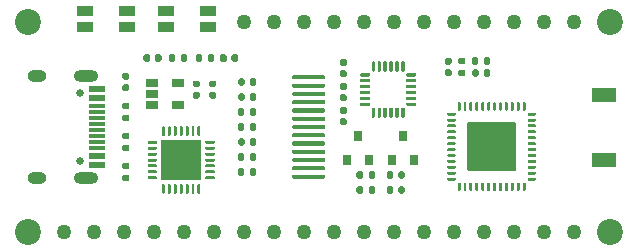
<source format=gbr>
%TF.GenerationSoftware,KiCad,Pcbnew,(5.1.10-1-10_14)*%
%TF.CreationDate,2021-09-29T23:55:06+08:00*%
%TF.ProjectId,esp32-nano,65737033-322d-46e6-916e-6f2e6b696361,1.0*%
%TF.SameCoordinates,Original*%
%TF.FileFunction,Soldermask,Top*%
%TF.FilePolarity,Negative*%
%FSLAX46Y46*%
G04 Gerber Fmt 4.6, Leading zero omitted, Abs format (unit mm)*
G04 Created by KiCad (PCBNEW (5.1.10-1-10_14)) date 2021-09-29 23:55:06*
%MOMM*%
%LPD*%
G01*
G04 APERTURE LIST*
%ADD10R,1.060000X0.650000*%
%ADD11C,2.200000*%
%ADD12R,0.800000X0.900000*%
%ADD13R,1.450000X0.600000*%
%ADD14R,1.450000X0.300000*%
%ADD15O,2.100000X1.000000*%
%ADD16C,0.650000*%
%ADD17O,1.600000X1.000000*%
%ADD18R,3.350000X3.350000*%
%ADD19C,1.270000*%
%ADD20R,1.400000X0.900000*%
%ADD21R,2.000000X1.200000*%
G04 APERTURE END LIST*
%TO.C,U4*%
G36*
G01*
X64564250Y-35627750D02*
X68260250Y-35627750D01*
G75*
G02*
X68512250Y-35879750I0J-252000D01*
G01*
X68512250Y-39575750D01*
G75*
G02*
X68260250Y-39827750I-252000J0D01*
G01*
X64564250Y-39827750D01*
G75*
G02*
X64312250Y-39575750I0J252000D01*
G01*
X64312250Y-35879750D01*
G75*
G02*
X64564250Y-35627750I252000J0D01*
G01*
G37*
G36*
G01*
X69462250Y-35040250D02*
X69462250Y-34915250D01*
G75*
G02*
X69524750Y-34852750I62500J0D01*
G01*
X70099750Y-34852750D01*
G75*
G02*
X70162250Y-34915250I0J-62500D01*
G01*
X70162250Y-35040250D01*
G75*
G02*
X70099750Y-35102750I-62500J0D01*
G01*
X69524750Y-35102750D01*
G75*
G02*
X69462250Y-35040250I0J62500D01*
G01*
G37*
G36*
G01*
X69462250Y-35540250D02*
X69462250Y-35415250D01*
G75*
G02*
X69524750Y-35352750I62500J0D01*
G01*
X70099750Y-35352750D01*
G75*
G02*
X70162250Y-35415250I0J-62500D01*
G01*
X70162250Y-35540250D01*
G75*
G02*
X70099750Y-35602750I-62500J0D01*
G01*
X69524750Y-35602750D01*
G75*
G02*
X69462250Y-35540250I0J62500D01*
G01*
G37*
G36*
G01*
X69462250Y-36040250D02*
X69462250Y-35915250D01*
G75*
G02*
X69524750Y-35852750I62500J0D01*
G01*
X70099750Y-35852750D01*
G75*
G02*
X70162250Y-35915250I0J-62500D01*
G01*
X70162250Y-36040250D01*
G75*
G02*
X70099750Y-36102750I-62500J0D01*
G01*
X69524750Y-36102750D01*
G75*
G02*
X69462250Y-36040250I0J62500D01*
G01*
G37*
G36*
G01*
X69462250Y-36540250D02*
X69462250Y-36415250D01*
G75*
G02*
X69524750Y-36352750I62500J0D01*
G01*
X70099750Y-36352750D01*
G75*
G02*
X70162250Y-36415250I0J-62500D01*
G01*
X70162250Y-36540250D01*
G75*
G02*
X70099750Y-36602750I-62500J0D01*
G01*
X69524750Y-36602750D01*
G75*
G02*
X69462250Y-36540250I0J62500D01*
G01*
G37*
G36*
G01*
X69462250Y-37040250D02*
X69462250Y-36915250D01*
G75*
G02*
X69524750Y-36852750I62500J0D01*
G01*
X70099750Y-36852750D01*
G75*
G02*
X70162250Y-36915250I0J-62500D01*
G01*
X70162250Y-37040250D01*
G75*
G02*
X70099750Y-37102750I-62500J0D01*
G01*
X69524750Y-37102750D01*
G75*
G02*
X69462250Y-37040250I0J62500D01*
G01*
G37*
G36*
G01*
X69462250Y-37540250D02*
X69462250Y-37415250D01*
G75*
G02*
X69524750Y-37352750I62500J0D01*
G01*
X70099750Y-37352750D01*
G75*
G02*
X70162250Y-37415250I0J-62500D01*
G01*
X70162250Y-37540250D01*
G75*
G02*
X70099750Y-37602750I-62500J0D01*
G01*
X69524750Y-37602750D01*
G75*
G02*
X69462250Y-37540250I0J62500D01*
G01*
G37*
G36*
G01*
X69462250Y-38040250D02*
X69462250Y-37915250D01*
G75*
G02*
X69524750Y-37852750I62500J0D01*
G01*
X70099750Y-37852750D01*
G75*
G02*
X70162250Y-37915250I0J-62500D01*
G01*
X70162250Y-38040250D01*
G75*
G02*
X70099750Y-38102750I-62500J0D01*
G01*
X69524750Y-38102750D01*
G75*
G02*
X69462250Y-38040250I0J62500D01*
G01*
G37*
G36*
G01*
X69462250Y-38540250D02*
X69462250Y-38415250D01*
G75*
G02*
X69524750Y-38352750I62500J0D01*
G01*
X70099750Y-38352750D01*
G75*
G02*
X70162250Y-38415250I0J-62500D01*
G01*
X70162250Y-38540250D01*
G75*
G02*
X70099750Y-38602750I-62500J0D01*
G01*
X69524750Y-38602750D01*
G75*
G02*
X69462250Y-38540250I0J62500D01*
G01*
G37*
G36*
G01*
X69462250Y-39040250D02*
X69462250Y-38915250D01*
G75*
G02*
X69524750Y-38852750I62500J0D01*
G01*
X70099750Y-38852750D01*
G75*
G02*
X70162250Y-38915250I0J-62500D01*
G01*
X70162250Y-39040250D01*
G75*
G02*
X70099750Y-39102750I-62500J0D01*
G01*
X69524750Y-39102750D01*
G75*
G02*
X69462250Y-39040250I0J62500D01*
G01*
G37*
G36*
G01*
X69462250Y-39540250D02*
X69462250Y-39415250D01*
G75*
G02*
X69524750Y-39352750I62500J0D01*
G01*
X70099750Y-39352750D01*
G75*
G02*
X70162250Y-39415250I0J-62500D01*
G01*
X70162250Y-39540250D01*
G75*
G02*
X70099750Y-39602750I-62500J0D01*
G01*
X69524750Y-39602750D01*
G75*
G02*
X69462250Y-39540250I0J62500D01*
G01*
G37*
G36*
G01*
X69462250Y-40040250D02*
X69462250Y-39915250D01*
G75*
G02*
X69524750Y-39852750I62500J0D01*
G01*
X70099750Y-39852750D01*
G75*
G02*
X70162250Y-39915250I0J-62500D01*
G01*
X70162250Y-40040250D01*
G75*
G02*
X70099750Y-40102750I-62500J0D01*
G01*
X69524750Y-40102750D01*
G75*
G02*
X69462250Y-40040250I0J62500D01*
G01*
G37*
G36*
G01*
X69462250Y-40540250D02*
X69462250Y-40415250D01*
G75*
G02*
X69524750Y-40352750I62500J0D01*
G01*
X70099750Y-40352750D01*
G75*
G02*
X70162250Y-40415250I0J-62500D01*
G01*
X70162250Y-40540250D01*
G75*
G02*
X70099750Y-40602750I-62500J0D01*
G01*
X69524750Y-40602750D01*
G75*
G02*
X69462250Y-40540250I0J62500D01*
G01*
G37*
G36*
G01*
X69099750Y-40777750D02*
X69224750Y-40777750D01*
G75*
G02*
X69287250Y-40840250I0J-62500D01*
G01*
X69287250Y-41415250D01*
G75*
G02*
X69224750Y-41477750I-62500J0D01*
G01*
X69099750Y-41477750D01*
G75*
G02*
X69037250Y-41415250I0J62500D01*
G01*
X69037250Y-40840250D01*
G75*
G02*
X69099750Y-40777750I62500J0D01*
G01*
G37*
G36*
G01*
X68599750Y-40777750D02*
X68724750Y-40777750D01*
G75*
G02*
X68787250Y-40840250I0J-62500D01*
G01*
X68787250Y-41415250D01*
G75*
G02*
X68724750Y-41477750I-62500J0D01*
G01*
X68599750Y-41477750D01*
G75*
G02*
X68537250Y-41415250I0J62500D01*
G01*
X68537250Y-40840250D01*
G75*
G02*
X68599750Y-40777750I62500J0D01*
G01*
G37*
G36*
G01*
X68099750Y-40777750D02*
X68224750Y-40777750D01*
G75*
G02*
X68287250Y-40840250I0J-62500D01*
G01*
X68287250Y-41415250D01*
G75*
G02*
X68224750Y-41477750I-62500J0D01*
G01*
X68099750Y-41477750D01*
G75*
G02*
X68037250Y-41415250I0J62500D01*
G01*
X68037250Y-40840250D01*
G75*
G02*
X68099750Y-40777750I62500J0D01*
G01*
G37*
G36*
G01*
X67599750Y-40777750D02*
X67724750Y-40777750D01*
G75*
G02*
X67787250Y-40840250I0J-62500D01*
G01*
X67787250Y-41415250D01*
G75*
G02*
X67724750Y-41477750I-62500J0D01*
G01*
X67599750Y-41477750D01*
G75*
G02*
X67537250Y-41415250I0J62500D01*
G01*
X67537250Y-40840250D01*
G75*
G02*
X67599750Y-40777750I62500J0D01*
G01*
G37*
G36*
G01*
X67099750Y-40777750D02*
X67224750Y-40777750D01*
G75*
G02*
X67287250Y-40840250I0J-62500D01*
G01*
X67287250Y-41415250D01*
G75*
G02*
X67224750Y-41477750I-62500J0D01*
G01*
X67099750Y-41477750D01*
G75*
G02*
X67037250Y-41415250I0J62500D01*
G01*
X67037250Y-40840250D01*
G75*
G02*
X67099750Y-40777750I62500J0D01*
G01*
G37*
G36*
G01*
X66599750Y-40777750D02*
X66724750Y-40777750D01*
G75*
G02*
X66787250Y-40840250I0J-62500D01*
G01*
X66787250Y-41415250D01*
G75*
G02*
X66724750Y-41477750I-62500J0D01*
G01*
X66599750Y-41477750D01*
G75*
G02*
X66537250Y-41415250I0J62500D01*
G01*
X66537250Y-40840250D01*
G75*
G02*
X66599750Y-40777750I62500J0D01*
G01*
G37*
G36*
G01*
X66099750Y-40777750D02*
X66224750Y-40777750D01*
G75*
G02*
X66287250Y-40840250I0J-62500D01*
G01*
X66287250Y-41415250D01*
G75*
G02*
X66224750Y-41477750I-62500J0D01*
G01*
X66099750Y-41477750D01*
G75*
G02*
X66037250Y-41415250I0J62500D01*
G01*
X66037250Y-40840250D01*
G75*
G02*
X66099750Y-40777750I62500J0D01*
G01*
G37*
G36*
G01*
X65599750Y-40777750D02*
X65724750Y-40777750D01*
G75*
G02*
X65787250Y-40840250I0J-62500D01*
G01*
X65787250Y-41415250D01*
G75*
G02*
X65724750Y-41477750I-62500J0D01*
G01*
X65599750Y-41477750D01*
G75*
G02*
X65537250Y-41415250I0J62500D01*
G01*
X65537250Y-40840250D01*
G75*
G02*
X65599750Y-40777750I62500J0D01*
G01*
G37*
G36*
G01*
X65099750Y-40777750D02*
X65224750Y-40777750D01*
G75*
G02*
X65287250Y-40840250I0J-62500D01*
G01*
X65287250Y-41415250D01*
G75*
G02*
X65224750Y-41477750I-62500J0D01*
G01*
X65099750Y-41477750D01*
G75*
G02*
X65037250Y-41415250I0J62500D01*
G01*
X65037250Y-40840250D01*
G75*
G02*
X65099750Y-40777750I62500J0D01*
G01*
G37*
G36*
G01*
X64599750Y-40777750D02*
X64724750Y-40777750D01*
G75*
G02*
X64787250Y-40840250I0J-62500D01*
G01*
X64787250Y-41415250D01*
G75*
G02*
X64724750Y-41477750I-62500J0D01*
G01*
X64599750Y-41477750D01*
G75*
G02*
X64537250Y-41415250I0J62500D01*
G01*
X64537250Y-40840250D01*
G75*
G02*
X64599750Y-40777750I62500J0D01*
G01*
G37*
G36*
G01*
X64099750Y-40777750D02*
X64224750Y-40777750D01*
G75*
G02*
X64287250Y-40840250I0J-62500D01*
G01*
X64287250Y-41415250D01*
G75*
G02*
X64224750Y-41477750I-62500J0D01*
G01*
X64099750Y-41477750D01*
G75*
G02*
X64037250Y-41415250I0J62500D01*
G01*
X64037250Y-40840250D01*
G75*
G02*
X64099750Y-40777750I62500J0D01*
G01*
G37*
G36*
G01*
X63599750Y-40777750D02*
X63724750Y-40777750D01*
G75*
G02*
X63787250Y-40840250I0J-62500D01*
G01*
X63787250Y-41415250D01*
G75*
G02*
X63724750Y-41477750I-62500J0D01*
G01*
X63599750Y-41477750D01*
G75*
G02*
X63537250Y-41415250I0J62500D01*
G01*
X63537250Y-40840250D01*
G75*
G02*
X63599750Y-40777750I62500J0D01*
G01*
G37*
G36*
G01*
X62662250Y-40540250D02*
X62662250Y-40415250D01*
G75*
G02*
X62724750Y-40352750I62500J0D01*
G01*
X63299750Y-40352750D01*
G75*
G02*
X63362250Y-40415250I0J-62500D01*
G01*
X63362250Y-40540250D01*
G75*
G02*
X63299750Y-40602750I-62500J0D01*
G01*
X62724750Y-40602750D01*
G75*
G02*
X62662250Y-40540250I0J62500D01*
G01*
G37*
G36*
G01*
X62662250Y-40040250D02*
X62662250Y-39915250D01*
G75*
G02*
X62724750Y-39852750I62500J0D01*
G01*
X63299750Y-39852750D01*
G75*
G02*
X63362250Y-39915250I0J-62500D01*
G01*
X63362250Y-40040250D01*
G75*
G02*
X63299750Y-40102750I-62500J0D01*
G01*
X62724750Y-40102750D01*
G75*
G02*
X62662250Y-40040250I0J62500D01*
G01*
G37*
G36*
G01*
X62662250Y-39540250D02*
X62662250Y-39415250D01*
G75*
G02*
X62724750Y-39352750I62500J0D01*
G01*
X63299750Y-39352750D01*
G75*
G02*
X63362250Y-39415250I0J-62500D01*
G01*
X63362250Y-39540250D01*
G75*
G02*
X63299750Y-39602750I-62500J0D01*
G01*
X62724750Y-39602750D01*
G75*
G02*
X62662250Y-39540250I0J62500D01*
G01*
G37*
G36*
G01*
X62662250Y-39040250D02*
X62662250Y-38915250D01*
G75*
G02*
X62724750Y-38852750I62500J0D01*
G01*
X63299750Y-38852750D01*
G75*
G02*
X63362250Y-38915250I0J-62500D01*
G01*
X63362250Y-39040250D01*
G75*
G02*
X63299750Y-39102750I-62500J0D01*
G01*
X62724750Y-39102750D01*
G75*
G02*
X62662250Y-39040250I0J62500D01*
G01*
G37*
G36*
G01*
X62662250Y-38540250D02*
X62662250Y-38415250D01*
G75*
G02*
X62724750Y-38352750I62500J0D01*
G01*
X63299750Y-38352750D01*
G75*
G02*
X63362250Y-38415250I0J-62500D01*
G01*
X63362250Y-38540250D01*
G75*
G02*
X63299750Y-38602750I-62500J0D01*
G01*
X62724750Y-38602750D01*
G75*
G02*
X62662250Y-38540250I0J62500D01*
G01*
G37*
G36*
G01*
X62662250Y-38040250D02*
X62662250Y-37915250D01*
G75*
G02*
X62724750Y-37852750I62500J0D01*
G01*
X63299750Y-37852750D01*
G75*
G02*
X63362250Y-37915250I0J-62500D01*
G01*
X63362250Y-38040250D01*
G75*
G02*
X63299750Y-38102750I-62500J0D01*
G01*
X62724750Y-38102750D01*
G75*
G02*
X62662250Y-38040250I0J62500D01*
G01*
G37*
G36*
G01*
X62662250Y-37540250D02*
X62662250Y-37415250D01*
G75*
G02*
X62724750Y-37352750I62500J0D01*
G01*
X63299750Y-37352750D01*
G75*
G02*
X63362250Y-37415250I0J-62500D01*
G01*
X63362250Y-37540250D01*
G75*
G02*
X63299750Y-37602750I-62500J0D01*
G01*
X62724750Y-37602750D01*
G75*
G02*
X62662250Y-37540250I0J62500D01*
G01*
G37*
G36*
G01*
X62662250Y-37040250D02*
X62662250Y-36915250D01*
G75*
G02*
X62724750Y-36852750I62500J0D01*
G01*
X63299750Y-36852750D01*
G75*
G02*
X63362250Y-36915250I0J-62500D01*
G01*
X63362250Y-37040250D01*
G75*
G02*
X63299750Y-37102750I-62500J0D01*
G01*
X62724750Y-37102750D01*
G75*
G02*
X62662250Y-37040250I0J62500D01*
G01*
G37*
G36*
G01*
X62662250Y-36540250D02*
X62662250Y-36415250D01*
G75*
G02*
X62724750Y-36352750I62500J0D01*
G01*
X63299750Y-36352750D01*
G75*
G02*
X63362250Y-36415250I0J-62500D01*
G01*
X63362250Y-36540250D01*
G75*
G02*
X63299750Y-36602750I-62500J0D01*
G01*
X62724750Y-36602750D01*
G75*
G02*
X62662250Y-36540250I0J62500D01*
G01*
G37*
G36*
G01*
X62662250Y-36040250D02*
X62662250Y-35915250D01*
G75*
G02*
X62724750Y-35852750I62500J0D01*
G01*
X63299750Y-35852750D01*
G75*
G02*
X63362250Y-35915250I0J-62500D01*
G01*
X63362250Y-36040250D01*
G75*
G02*
X63299750Y-36102750I-62500J0D01*
G01*
X62724750Y-36102750D01*
G75*
G02*
X62662250Y-36040250I0J62500D01*
G01*
G37*
G36*
G01*
X62662250Y-35540250D02*
X62662250Y-35415250D01*
G75*
G02*
X62724750Y-35352750I62500J0D01*
G01*
X63299750Y-35352750D01*
G75*
G02*
X63362250Y-35415250I0J-62500D01*
G01*
X63362250Y-35540250D01*
G75*
G02*
X63299750Y-35602750I-62500J0D01*
G01*
X62724750Y-35602750D01*
G75*
G02*
X62662250Y-35540250I0J62500D01*
G01*
G37*
G36*
G01*
X62662250Y-35040250D02*
X62662250Y-34915250D01*
G75*
G02*
X62724750Y-34852750I62500J0D01*
G01*
X63299750Y-34852750D01*
G75*
G02*
X63362250Y-34915250I0J-62500D01*
G01*
X63362250Y-35040250D01*
G75*
G02*
X63299750Y-35102750I-62500J0D01*
G01*
X62724750Y-35102750D01*
G75*
G02*
X62662250Y-35040250I0J62500D01*
G01*
G37*
G36*
G01*
X63599750Y-33977750D02*
X63724750Y-33977750D01*
G75*
G02*
X63787250Y-34040250I0J-62500D01*
G01*
X63787250Y-34615250D01*
G75*
G02*
X63724750Y-34677750I-62500J0D01*
G01*
X63599750Y-34677750D01*
G75*
G02*
X63537250Y-34615250I0J62500D01*
G01*
X63537250Y-34040250D01*
G75*
G02*
X63599750Y-33977750I62500J0D01*
G01*
G37*
G36*
G01*
X64099750Y-33977750D02*
X64224750Y-33977750D01*
G75*
G02*
X64287250Y-34040250I0J-62500D01*
G01*
X64287250Y-34615250D01*
G75*
G02*
X64224750Y-34677750I-62500J0D01*
G01*
X64099750Y-34677750D01*
G75*
G02*
X64037250Y-34615250I0J62500D01*
G01*
X64037250Y-34040250D01*
G75*
G02*
X64099750Y-33977750I62500J0D01*
G01*
G37*
G36*
G01*
X64599750Y-33977750D02*
X64724750Y-33977750D01*
G75*
G02*
X64787250Y-34040250I0J-62500D01*
G01*
X64787250Y-34615250D01*
G75*
G02*
X64724750Y-34677750I-62500J0D01*
G01*
X64599750Y-34677750D01*
G75*
G02*
X64537250Y-34615250I0J62500D01*
G01*
X64537250Y-34040250D01*
G75*
G02*
X64599750Y-33977750I62500J0D01*
G01*
G37*
G36*
G01*
X65099750Y-33977750D02*
X65224750Y-33977750D01*
G75*
G02*
X65287250Y-34040250I0J-62500D01*
G01*
X65287250Y-34615250D01*
G75*
G02*
X65224750Y-34677750I-62500J0D01*
G01*
X65099750Y-34677750D01*
G75*
G02*
X65037250Y-34615250I0J62500D01*
G01*
X65037250Y-34040250D01*
G75*
G02*
X65099750Y-33977750I62500J0D01*
G01*
G37*
G36*
G01*
X65599750Y-33977750D02*
X65724750Y-33977750D01*
G75*
G02*
X65787250Y-34040250I0J-62500D01*
G01*
X65787250Y-34615250D01*
G75*
G02*
X65724750Y-34677750I-62500J0D01*
G01*
X65599750Y-34677750D01*
G75*
G02*
X65537250Y-34615250I0J62500D01*
G01*
X65537250Y-34040250D01*
G75*
G02*
X65599750Y-33977750I62500J0D01*
G01*
G37*
G36*
G01*
X66099750Y-33977750D02*
X66224750Y-33977750D01*
G75*
G02*
X66287250Y-34040250I0J-62500D01*
G01*
X66287250Y-34615250D01*
G75*
G02*
X66224750Y-34677750I-62500J0D01*
G01*
X66099750Y-34677750D01*
G75*
G02*
X66037250Y-34615250I0J62500D01*
G01*
X66037250Y-34040250D01*
G75*
G02*
X66099750Y-33977750I62500J0D01*
G01*
G37*
G36*
G01*
X66599750Y-33977750D02*
X66724750Y-33977750D01*
G75*
G02*
X66787250Y-34040250I0J-62500D01*
G01*
X66787250Y-34615250D01*
G75*
G02*
X66724750Y-34677750I-62500J0D01*
G01*
X66599750Y-34677750D01*
G75*
G02*
X66537250Y-34615250I0J62500D01*
G01*
X66537250Y-34040250D01*
G75*
G02*
X66599750Y-33977750I62500J0D01*
G01*
G37*
G36*
G01*
X67099750Y-33977750D02*
X67224750Y-33977750D01*
G75*
G02*
X67287250Y-34040250I0J-62500D01*
G01*
X67287250Y-34615250D01*
G75*
G02*
X67224750Y-34677750I-62500J0D01*
G01*
X67099750Y-34677750D01*
G75*
G02*
X67037250Y-34615250I0J62500D01*
G01*
X67037250Y-34040250D01*
G75*
G02*
X67099750Y-33977750I62500J0D01*
G01*
G37*
G36*
G01*
X67599750Y-33977750D02*
X67724750Y-33977750D01*
G75*
G02*
X67787250Y-34040250I0J-62500D01*
G01*
X67787250Y-34615250D01*
G75*
G02*
X67724750Y-34677750I-62500J0D01*
G01*
X67599750Y-34677750D01*
G75*
G02*
X67537250Y-34615250I0J62500D01*
G01*
X67537250Y-34040250D01*
G75*
G02*
X67599750Y-33977750I62500J0D01*
G01*
G37*
G36*
G01*
X68099750Y-33977750D02*
X68224750Y-33977750D01*
G75*
G02*
X68287250Y-34040250I0J-62500D01*
G01*
X68287250Y-34615250D01*
G75*
G02*
X68224750Y-34677750I-62500J0D01*
G01*
X68099750Y-34677750D01*
G75*
G02*
X68037250Y-34615250I0J62500D01*
G01*
X68037250Y-34040250D01*
G75*
G02*
X68099750Y-33977750I62500J0D01*
G01*
G37*
G36*
G01*
X68599750Y-33977750D02*
X68724750Y-33977750D01*
G75*
G02*
X68787250Y-34040250I0J-62500D01*
G01*
X68787250Y-34615250D01*
G75*
G02*
X68724750Y-34677750I-62500J0D01*
G01*
X68599750Y-34677750D01*
G75*
G02*
X68537250Y-34615250I0J62500D01*
G01*
X68537250Y-34040250D01*
G75*
G02*
X68599750Y-33977750I62500J0D01*
G01*
G37*
G36*
G01*
X69099750Y-33977750D02*
X69224750Y-33977750D01*
G75*
G02*
X69287250Y-34040250I0J-62500D01*
G01*
X69287250Y-34615250D01*
G75*
G02*
X69224750Y-34677750I-62500J0D01*
G01*
X69099750Y-34677750D01*
G75*
G02*
X69037250Y-34615250I0J62500D01*
G01*
X69037250Y-34040250D01*
G75*
G02*
X69099750Y-33977750I62500J0D01*
G01*
G37*
%TD*%
D10*
%TO.C,U2*%
X39835000Y-32324000D03*
X39835000Y-34224000D03*
X37635000Y-34224000D03*
X37635000Y-33274000D03*
X37635000Y-32324000D03*
%TD*%
%TO.C,C14*%
G36*
G01*
X35603000Y-32058000D02*
X35263000Y-32058000D01*
G75*
G02*
X35123000Y-31918000I0J140000D01*
G01*
X35123000Y-31638000D01*
G75*
G02*
X35263000Y-31498000I140000J0D01*
G01*
X35603000Y-31498000D01*
G75*
G02*
X35743000Y-31638000I0J-140000D01*
G01*
X35743000Y-31918000D01*
G75*
G02*
X35603000Y-32058000I-140000J0D01*
G01*
G37*
G36*
G01*
X35603000Y-33018000D02*
X35263000Y-33018000D01*
G75*
G02*
X35123000Y-32878000I0J140000D01*
G01*
X35123000Y-32598000D01*
G75*
G02*
X35263000Y-32458000I140000J0D01*
G01*
X35603000Y-32458000D01*
G75*
G02*
X35743000Y-32598000I0J-140000D01*
G01*
X35743000Y-32878000D01*
G75*
G02*
X35603000Y-33018000I-140000J0D01*
G01*
G37*
%TD*%
%TO.C,C13*%
G36*
G01*
X45520000Y-32088000D02*
X45520000Y-32428000D01*
G75*
G02*
X45380000Y-32568000I-140000J0D01*
G01*
X45100000Y-32568000D01*
G75*
G02*
X44960000Y-32428000I0J140000D01*
G01*
X44960000Y-32088000D01*
G75*
G02*
X45100000Y-31948000I140000J0D01*
G01*
X45380000Y-31948000D01*
G75*
G02*
X45520000Y-32088000I0J-140000D01*
G01*
G37*
G36*
G01*
X46480000Y-32088000D02*
X46480000Y-32428000D01*
G75*
G02*
X46340000Y-32568000I-140000J0D01*
G01*
X46060000Y-32568000D01*
G75*
G02*
X45920000Y-32428000I0J140000D01*
G01*
X45920000Y-32088000D01*
G75*
G02*
X46060000Y-31948000I140000J0D01*
G01*
X46340000Y-31948000D01*
G75*
G02*
X46480000Y-32088000I0J-140000D01*
G01*
G37*
%TD*%
%TO.C,C12*%
G36*
G01*
X45520000Y-37168000D02*
X45520000Y-37508000D01*
G75*
G02*
X45380000Y-37648000I-140000J0D01*
G01*
X45100000Y-37648000D01*
G75*
G02*
X44960000Y-37508000I0J140000D01*
G01*
X44960000Y-37168000D01*
G75*
G02*
X45100000Y-37028000I140000J0D01*
G01*
X45380000Y-37028000D01*
G75*
G02*
X45520000Y-37168000I0J-140000D01*
G01*
G37*
G36*
G01*
X46480000Y-37168000D02*
X46480000Y-37508000D01*
G75*
G02*
X46340000Y-37648000I-140000J0D01*
G01*
X46060000Y-37648000D01*
G75*
G02*
X45920000Y-37508000I0J140000D01*
G01*
X45920000Y-37168000D01*
G75*
G02*
X46060000Y-37028000I140000J0D01*
G01*
X46340000Y-37028000D01*
G75*
G02*
X46480000Y-37168000I0J-140000D01*
G01*
G37*
%TD*%
%TO.C,C11*%
G36*
G01*
X45920000Y-33698000D02*
X45920000Y-33358000D01*
G75*
G02*
X46060000Y-33218000I140000J0D01*
G01*
X46340000Y-33218000D01*
G75*
G02*
X46480000Y-33358000I0J-140000D01*
G01*
X46480000Y-33698000D01*
G75*
G02*
X46340000Y-33838000I-140000J0D01*
G01*
X46060000Y-33838000D01*
G75*
G02*
X45920000Y-33698000I0J140000D01*
G01*
G37*
G36*
G01*
X44960000Y-33698000D02*
X44960000Y-33358000D01*
G75*
G02*
X45100000Y-33218000I140000J0D01*
G01*
X45380000Y-33218000D01*
G75*
G02*
X45520000Y-33358000I0J-140000D01*
G01*
X45520000Y-33698000D01*
G75*
G02*
X45380000Y-33838000I-140000J0D01*
G01*
X45100000Y-33838000D01*
G75*
G02*
X44960000Y-33698000I0J140000D01*
G01*
G37*
%TD*%
%TO.C,C10*%
G36*
G01*
X53698250Y-31279750D02*
X54038250Y-31279750D01*
G75*
G02*
X54178250Y-31419750I0J-140000D01*
G01*
X54178250Y-31699750D01*
G75*
G02*
X54038250Y-31839750I-140000J0D01*
G01*
X53698250Y-31839750D01*
G75*
G02*
X53558250Y-31699750I0J140000D01*
G01*
X53558250Y-31419750D01*
G75*
G02*
X53698250Y-31279750I140000J0D01*
G01*
G37*
G36*
G01*
X53698250Y-30319750D02*
X54038250Y-30319750D01*
G75*
G02*
X54178250Y-30459750I0J-140000D01*
G01*
X54178250Y-30739750D01*
G75*
G02*
X54038250Y-30879750I-140000J0D01*
G01*
X53698250Y-30879750D01*
G75*
G02*
X53558250Y-30739750I0J140000D01*
G01*
X53558250Y-30459750D01*
G75*
G02*
X53698250Y-30319750I140000J0D01*
G01*
G37*
%TD*%
%TO.C,C9*%
G36*
G01*
X62568000Y-31188000D02*
X62908000Y-31188000D01*
G75*
G02*
X63048000Y-31328000I0J-140000D01*
G01*
X63048000Y-31608000D01*
G75*
G02*
X62908000Y-31748000I-140000J0D01*
G01*
X62568000Y-31748000D01*
G75*
G02*
X62428000Y-31608000I0J140000D01*
G01*
X62428000Y-31328000D01*
G75*
G02*
X62568000Y-31188000I140000J0D01*
G01*
G37*
G36*
G01*
X62568000Y-30228000D02*
X62908000Y-30228000D01*
G75*
G02*
X63048000Y-30368000I0J-140000D01*
G01*
X63048000Y-30648000D01*
G75*
G02*
X62908000Y-30788000I-140000J0D01*
G01*
X62568000Y-30788000D01*
G75*
G02*
X62428000Y-30648000I0J140000D01*
G01*
X62428000Y-30368000D01*
G75*
G02*
X62568000Y-30228000I140000J0D01*
G01*
G37*
%TD*%
%TO.C,C8*%
G36*
G01*
X54038250Y-34943750D02*
X53698250Y-34943750D01*
G75*
G02*
X53558250Y-34803750I0J140000D01*
G01*
X53558250Y-34523750D01*
G75*
G02*
X53698250Y-34383750I140000J0D01*
G01*
X54038250Y-34383750D01*
G75*
G02*
X54178250Y-34523750I0J-140000D01*
G01*
X54178250Y-34803750D01*
G75*
G02*
X54038250Y-34943750I-140000J0D01*
G01*
G37*
G36*
G01*
X54038250Y-35903750D02*
X53698250Y-35903750D01*
G75*
G02*
X53558250Y-35763750I0J140000D01*
G01*
X53558250Y-35483750D01*
G75*
G02*
X53698250Y-35343750I140000J0D01*
G01*
X54038250Y-35343750D01*
G75*
G02*
X54178250Y-35483750I0J-140000D01*
G01*
X54178250Y-35763750D01*
G75*
G02*
X54038250Y-35903750I-140000J0D01*
G01*
G37*
%TD*%
%TO.C,C7*%
G36*
G01*
X65732000Y-31666000D02*
X65732000Y-31326000D01*
G75*
G02*
X65872000Y-31186000I140000J0D01*
G01*
X66152000Y-31186000D01*
G75*
G02*
X66292000Y-31326000I0J-140000D01*
G01*
X66292000Y-31666000D01*
G75*
G02*
X66152000Y-31806000I-140000J0D01*
G01*
X65872000Y-31806000D01*
G75*
G02*
X65732000Y-31666000I0J140000D01*
G01*
G37*
G36*
G01*
X64772000Y-31666000D02*
X64772000Y-31326000D01*
G75*
G02*
X64912000Y-31186000I140000J0D01*
G01*
X65192000Y-31186000D01*
G75*
G02*
X65332000Y-31326000I0J-140000D01*
G01*
X65332000Y-31666000D01*
G75*
G02*
X65192000Y-31806000I-140000J0D01*
G01*
X64912000Y-31806000D01*
G75*
G02*
X64772000Y-31666000I0J140000D01*
G01*
G37*
%TD*%
%TO.C,C6*%
G36*
G01*
X53698250Y-33311750D02*
X54038250Y-33311750D01*
G75*
G02*
X54178250Y-33451750I0J-140000D01*
G01*
X54178250Y-33731750D01*
G75*
G02*
X54038250Y-33871750I-140000J0D01*
G01*
X53698250Y-33871750D01*
G75*
G02*
X53558250Y-33731750I0J140000D01*
G01*
X53558250Y-33451750D01*
G75*
G02*
X53698250Y-33311750I140000J0D01*
G01*
G37*
G36*
G01*
X53698250Y-32351750D02*
X54038250Y-32351750D01*
G75*
G02*
X54178250Y-32491750I0J-140000D01*
G01*
X54178250Y-32771750D01*
G75*
G02*
X54038250Y-32911750I-140000J0D01*
G01*
X53698250Y-32911750D01*
G75*
G02*
X53558250Y-32771750I0J140000D01*
G01*
X53558250Y-32491750D01*
G75*
G02*
X53698250Y-32351750I140000J0D01*
G01*
G37*
%TD*%
%TO.C,C5*%
G36*
G01*
X58493000Y-41572000D02*
X58493000Y-41232000D01*
G75*
G02*
X58633000Y-41092000I140000J0D01*
G01*
X58913000Y-41092000D01*
G75*
G02*
X59053000Y-41232000I0J-140000D01*
G01*
X59053000Y-41572000D01*
G75*
G02*
X58913000Y-41712000I-140000J0D01*
G01*
X58633000Y-41712000D01*
G75*
G02*
X58493000Y-41572000I0J140000D01*
G01*
G37*
G36*
G01*
X57533000Y-41572000D02*
X57533000Y-41232000D01*
G75*
G02*
X57673000Y-41092000I140000J0D01*
G01*
X57953000Y-41092000D01*
G75*
G02*
X58093000Y-41232000I0J-140000D01*
G01*
X58093000Y-41572000D01*
G75*
G02*
X57953000Y-41712000I-140000J0D01*
G01*
X57673000Y-41712000D01*
G75*
G02*
X57533000Y-41572000I0J140000D01*
G01*
G37*
%TD*%
%TO.C,C4*%
G36*
G01*
X58493000Y-40302000D02*
X58493000Y-39962000D01*
G75*
G02*
X58633000Y-39822000I140000J0D01*
G01*
X58913000Y-39822000D01*
G75*
G02*
X59053000Y-39962000I0J-140000D01*
G01*
X59053000Y-40302000D01*
G75*
G02*
X58913000Y-40442000I-140000J0D01*
G01*
X58633000Y-40442000D01*
G75*
G02*
X58493000Y-40302000I0J140000D01*
G01*
G37*
G36*
G01*
X57533000Y-40302000D02*
X57533000Y-39962000D01*
G75*
G02*
X57673000Y-39822000I140000J0D01*
G01*
X57953000Y-39822000D01*
G75*
G02*
X58093000Y-39962000I0J-140000D01*
G01*
X58093000Y-40302000D01*
G75*
G02*
X57953000Y-40442000I-140000J0D01*
G01*
X57673000Y-40442000D01*
G75*
G02*
X57533000Y-40302000I0J140000D01*
G01*
G37*
%TD*%
%TO.C,C2*%
G36*
G01*
X42629000Y-33093000D02*
X42969000Y-33093000D01*
G75*
G02*
X43109000Y-33233000I0J-140000D01*
G01*
X43109000Y-33513000D01*
G75*
G02*
X42969000Y-33653000I-140000J0D01*
G01*
X42629000Y-33653000D01*
G75*
G02*
X42489000Y-33513000I0J140000D01*
G01*
X42489000Y-33233000D01*
G75*
G02*
X42629000Y-33093000I140000J0D01*
G01*
G37*
G36*
G01*
X42629000Y-32133000D02*
X42969000Y-32133000D01*
G75*
G02*
X43109000Y-32273000I0J-140000D01*
G01*
X43109000Y-32553000D01*
G75*
G02*
X42969000Y-32693000I-140000J0D01*
G01*
X42629000Y-32693000D01*
G75*
G02*
X42489000Y-32553000I0J140000D01*
G01*
X42489000Y-32273000D01*
G75*
G02*
X42629000Y-32133000I140000J0D01*
G01*
G37*
%TD*%
%TO.C,C1*%
G36*
G01*
X41232000Y-33093000D02*
X41572000Y-33093000D01*
G75*
G02*
X41712000Y-33233000I0J-140000D01*
G01*
X41712000Y-33513000D01*
G75*
G02*
X41572000Y-33653000I-140000J0D01*
G01*
X41232000Y-33653000D01*
G75*
G02*
X41092000Y-33513000I0J140000D01*
G01*
X41092000Y-33233000D01*
G75*
G02*
X41232000Y-33093000I140000J0D01*
G01*
G37*
G36*
G01*
X41232000Y-32133000D02*
X41572000Y-32133000D01*
G75*
G02*
X41712000Y-32273000I0J-140000D01*
G01*
X41712000Y-32553000D01*
G75*
G02*
X41572000Y-32693000I-140000J0D01*
G01*
X41232000Y-32693000D01*
G75*
G02*
X41092000Y-32553000I0J140000D01*
G01*
X41092000Y-32273000D01*
G75*
G02*
X41232000Y-32133000I140000J0D01*
G01*
G37*
%TD*%
%TO.C,U5*%
G36*
G01*
X52239500Y-32043000D02*
X49614500Y-32043000D01*
G75*
G02*
X49527000Y-31955500I0J87500D01*
G01*
X49527000Y-31780500D01*
G75*
G02*
X49614500Y-31693000I87500J0D01*
G01*
X52239500Y-31693000D01*
G75*
G02*
X52327000Y-31780500I0J-87500D01*
G01*
X52327000Y-31955500D01*
G75*
G02*
X52239500Y-32043000I-87500J0D01*
G01*
G37*
G36*
G01*
X52239500Y-32743000D02*
X49614500Y-32743000D01*
G75*
G02*
X49527000Y-32655500I0J87500D01*
G01*
X49527000Y-32480500D01*
G75*
G02*
X49614500Y-32393000I87500J0D01*
G01*
X52239500Y-32393000D01*
G75*
G02*
X52327000Y-32480500I0J-87500D01*
G01*
X52327000Y-32655500D01*
G75*
G02*
X52239500Y-32743000I-87500J0D01*
G01*
G37*
G36*
G01*
X52239500Y-33443000D02*
X49614500Y-33443000D01*
G75*
G02*
X49527000Y-33355500I0J87500D01*
G01*
X49527000Y-33180500D01*
G75*
G02*
X49614500Y-33093000I87500J0D01*
G01*
X52239500Y-33093000D01*
G75*
G02*
X52327000Y-33180500I0J-87500D01*
G01*
X52327000Y-33355500D01*
G75*
G02*
X52239500Y-33443000I-87500J0D01*
G01*
G37*
G36*
G01*
X52239500Y-34143000D02*
X49614500Y-34143000D01*
G75*
G02*
X49527000Y-34055500I0J87500D01*
G01*
X49527000Y-33880500D01*
G75*
G02*
X49614500Y-33793000I87500J0D01*
G01*
X52239500Y-33793000D01*
G75*
G02*
X52327000Y-33880500I0J-87500D01*
G01*
X52327000Y-34055500D01*
G75*
G02*
X52239500Y-34143000I-87500J0D01*
G01*
G37*
G36*
G01*
X52239500Y-34843000D02*
X49614500Y-34843000D01*
G75*
G02*
X49527000Y-34755500I0J87500D01*
G01*
X49527000Y-34580500D01*
G75*
G02*
X49614500Y-34493000I87500J0D01*
G01*
X52239500Y-34493000D01*
G75*
G02*
X52327000Y-34580500I0J-87500D01*
G01*
X52327000Y-34755500D01*
G75*
G02*
X52239500Y-34843000I-87500J0D01*
G01*
G37*
G36*
G01*
X52239500Y-35543000D02*
X49614500Y-35543000D01*
G75*
G02*
X49527000Y-35455500I0J87500D01*
G01*
X49527000Y-35280500D01*
G75*
G02*
X49614500Y-35193000I87500J0D01*
G01*
X52239500Y-35193000D01*
G75*
G02*
X52327000Y-35280500I0J-87500D01*
G01*
X52327000Y-35455500D01*
G75*
G02*
X52239500Y-35543000I-87500J0D01*
G01*
G37*
G36*
G01*
X52239500Y-36243000D02*
X49614500Y-36243000D01*
G75*
G02*
X49527000Y-36155500I0J87500D01*
G01*
X49527000Y-35980500D01*
G75*
G02*
X49614500Y-35893000I87500J0D01*
G01*
X52239500Y-35893000D01*
G75*
G02*
X52327000Y-35980500I0J-87500D01*
G01*
X52327000Y-36155500D01*
G75*
G02*
X52239500Y-36243000I-87500J0D01*
G01*
G37*
G36*
G01*
X52239500Y-36943000D02*
X49614500Y-36943000D01*
G75*
G02*
X49527000Y-36855500I0J87500D01*
G01*
X49527000Y-36680500D01*
G75*
G02*
X49614500Y-36593000I87500J0D01*
G01*
X52239500Y-36593000D01*
G75*
G02*
X52327000Y-36680500I0J-87500D01*
G01*
X52327000Y-36855500D01*
G75*
G02*
X52239500Y-36943000I-87500J0D01*
G01*
G37*
G36*
G01*
X52239500Y-37643000D02*
X49614500Y-37643000D01*
G75*
G02*
X49527000Y-37555500I0J87500D01*
G01*
X49527000Y-37380500D01*
G75*
G02*
X49614500Y-37293000I87500J0D01*
G01*
X52239500Y-37293000D01*
G75*
G02*
X52327000Y-37380500I0J-87500D01*
G01*
X52327000Y-37555500D01*
G75*
G02*
X52239500Y-37643000I-87500J0D01*
G01*
G37*
G36*
G01*
X52239500Y-38343000D02*
X49614500Y-38343000D01*
G75*
G02*
X49527000Y-38255500I0J87500D01*
G01*
X49527000Y-38080500D01*
G75*
G02*
X49614500Y-37993000I87500J0D01*
G01*
X52239500Y-37993000D01*
G75*
G02*
X52327000Y-38080500I0J-87500D01*
G01*
X52327000Y-38255500D01*
G75*
G02*
X52239500Y-38343000I-87500J0D01*
G01*
G37*
G36*
G01*
X52239500Y-39043000D02*
X49614500Y-39043000D01*
G75*
G02*
X49527000Y-38955500I0J87500D01*
G01*
X49527000Y-38780500D01*
G75*
G02*
X49614500Y-38693000I87500J0D01*
G01*
X52239500Y-38693000D01*
G75*
G02*
X52327000Y-38780500I0J-87500D01*
G01*
X52327000Y-38955500D01*
G75*
G02*
X52239500Y-39043000I-87500J0D01*
G01*
G37*
G36*
G01*
X52239500Y-39743000D02*
X49614500Y-39743000D01*
G75*
G02*
X49527000Y-39655500I0J87500D01*
G01*
X49527000Y-39480500D01*
G75*
G02*
X49614500Y-39393000I87500J0D01*
G01*
X52239500Y-39393000D01*
G75*
G02*
X52327000Y-39480500I0J-87500D01*
G01*
X52327000Y-39655500D01*
G75*
G02*
X52239500Y-39743000I-87500J0D01*
G01*
G37*
G36*
G01*
X52239500Y-40443000D02*
X49614500Y-40443000D01*
G75*
G02*
X49527000Y-40355500I0J87500D01*
G01*
X49527000Y-40180500D01*
G75*
G02*
X49614500Y-40093000I87500J0D01*
G01*
X52239500Y-40093000D01*
G75*
G02*
X52327000Y-40180500I0J-87500D01*
G01*
X52327000Y-40355500D01*
G75*
G02*
X52239500Y-40443000I-87500J0D01*
G01*
G37*
%TD*%
D11*
%TO.C,REF\u002A\u002A*%
X76454000Y-44958000D03*
%TD*%
%TO.C,REF\u002A\u002A*%
X76454000Y-27178000D03*
%TD*%
%TO.C,REF\u002A\u002A*%
X27178000Y-44958000D03*
%TD*%
%TO.C,REF\u002A\u002A*%
X27178000Y-27178000D03*
%TD*%
D12*
%TO.C,VT2*%
X55118000Y-36846000D03*
X56068000Y-38846000D03*
X54168000Y-38846000D03*
%TD*%
%TO.C,VT1*%
X58928000Y-36846000D03*
X59878000Y-38846000D03*
X57978000Y-38846000D03*
%TD*%
D13*
%TO.C,USB1*%
X33001000Y-39318000D03*
X33001000Y-38518000D03*
X33001000Y-33618000D03*
X33001000Y-32818000D03*
X33001000Y-32818000D03*
X33001000Y-33618000D03*
X33001000Y-38518000D03*
X33001000Y-39318000D03*
D14*
X33001000Y-34318000D03*
X33001000Y-34818000D03*
X33001000Y-35318000D03*
X33001000Y-36318000D03*
X33001000Y-36818000D03*
X33001000Y-37318000D03*
X33001000Y-37818000D03*
X33001000Y-35818000D03*
D15*
X32086000Y-40388000D03*
X32086000Y-31748000D03*
D16*
X31556000Y-33178000D03*
D17*
X27906000Y-31748000D03*
D16*
X31556000Y-38958000D03*
D17*
X27906000Y-40388000D03*
%TD*%
%TO.C,U3*%
G36*
G01*
X59183000Y-31718000D02*
X59183000Y-31568000D01*
G75*
G02*
X59258000Y-31493000I75000J0D01*
G01*
X59958000Y-31493000D01*
G75*
G02*
X60033000Y-31568000I0J-75000D01*
G01*
X60033000Y-31718000D01*
G75*
G02*
X59958000Y-31793000I-75000J0D01*
G01*
X59258000Y-31793000D01*
G75*
G02*
X59183000Y-31718000I0J75000D01*
G01*
G37*
G36*
G01*
X59183000Y-32218000D02*
X59183000Y-32068000D01*
G75*
G02*
X59258000Y-31993000I75000J0D01*
G01*
X59958000Y-31993000D01*
G75*
G02*
X60033000Y-32068000I0J-75000D01*
G01*
X60033000Y-32218000D01*
G75*
G02*
X59958000Y-32293000I-75000J0D01*
G01*
X59258000Y-32293000D01*
G75*
G02*
X59183000Y-32218000I0J75000D01*
G01*
G37*
G36*
G01*
X59183000Y-32718000D02*
X59183000Y-32568000D01*
G75*
G02*
X59258000Y-32493000I75000J0D01*
G01*
X59958000Y-32493000D01*
G75*
G02*
X60033000Y-32568000I0J-75000D01*
G01*
X60033000Y-32718000D01*
G75*
G02*
X59958000Y-32793000I-75000J0D01*
G01*
X59258000Y-32793000D01*
G75*
G02*
X59183000Y-32718000I0J75000D01*
G01*
G37*
G36*
G01*
X59183000Y-33218000D02*
X59183000Y-33068000D01*
G75*
G02*
X59258000Y-32993000I75000J0D01*
G01*
X59958000Y-32993000D01*
G75*
G02*
X60033000Y-33068000I0J-75000D01*
G01*
X60033000Y-33218000D01*
G75*
G02*
X59958000Y-33293000I-75000J0D01*
G01*
X59258000Y-33293000D01*
G75*
G02*
X59183000Y-33218000I0J75000D01*
G01*
G37*
G36*
G01*
X59183000Y-33718000D02*
X59183000Y-33568000D01*
G75*
G02*
X59258000Y-33493000I75000J0D01*
G01*
X59958000Y-33493000D01*
G75*
G02*
X60033000Y-33568000I0J-75000D01*
G01*
X60033000Y-33718000D01*
G75*
G02*
X59958000Y-33793000I-75000J0D01*
G01*
X59258000Y-33793000D01*
G75*
G02*
X59183000Y-33718000I0J75000D01*
G01*
G37*
G36*
G01*
X59183000Y-34218000D02*
X59183000Y-34068000D01*
G75*
G02*
X59258000Y-33993000I75000J0D01*
G01*
X59958000Y-33993000D01*
G75*
G02*
X60033000Y-34068000I0J-75000D01*
G01*
X60033000Y-34218000D01*
G75*
G02*
X59958000Y-34293000I-75000J0D01*
G01*
X59258000Y-34293000D01*
G75*
G02*
X59183000Y-34218000I0J75000D01*
G01*
G37*
G36*
G01*
X58833000Y-34418000D02*
X58983000Y-34418000D01*
G75*
G02*
X59058000Y-34493000I0J-75000D01*
G01*
X59058000Y-35193000D01*
G75*
G02*
X58983000Y-35268000I-75000J0D01*
G01*
X58833000Y-35268000D01*
G75*
G02*
X58758000Y-35193000I0J75000D01*
G01*
X58758000Y-34493000D01*
G75*
G02*
X58833000Y-34418000I75000J0D01*
G01*
G37*
G36*
G01*
X58333000Y-34418000D02*
X58483000Y-34418000D01*
G75*
G02*
X58558000Y-34493000I0J-75000D01*
G01*
X58558000Y-35193000D01*
G75*
G02*
X58483000Y-35268000I-75000J0D01*
G01*
X58333000Y-35268000D01*
G75*
G02*
X58258000Y-35193000I0J75000D01*
G01*
X58258000Y-34493000D01*
G75*
G02*
X58333000Y-34418000I75000J0D01*
G01*
G37*
G36*
G01*
X57833000Y-34418000D02*
X57983000Y-34418000D01*
G75*
G02*
X58058000Y-34493000I0J-75000D01*
G01*
X58058000Y-35193000D01*
G75*
G02*
X57983000Y-35268000I-75000J0D01*
G01*
X57833000Y-35268000D01*
G75*
G02*
X57758000Y-35193000I0J75000D01*
G01*
X57758000Y-34493000D01*
G75*
G02*
X57833000Y-34418000I75000J0D01*
G01*
G37*
G36*
G01*
X57333000Y-34418000D02*
X57483000Y-34418000D01*
G75*
G02*
X57558000Y-34493000I0J-75000D01*
G01*
X57558000Y-35193000D01*
G75*
G02*
X57483000Y-35268000I-75000J0D01*
G01*
X57333000Y-35268000D01*
G75*
G02*
X57258000Y-35193000I0J75000D01*
G01*
X57258000Y-34493000D01*
G75*
G02*
X57333000Y-34418000I75000J0D01*
G01*
G37*
G36*
G01*
X56833000Y-34418000D02*
X56983000Y-34418000D01*
G75*
G02*
X57058000Y-34493000I0J-75000D01*
G01*
X57058000Y-35193000D01*
G75*
G02*
X56983000Y-35268000I-75000J0D01*
G01*
X56833000Y-35268000D01*
G75*
G02*
X56758000Y-35193000I0J75000D01*
G01*
X56758000Y-34493000D01*
G75*
G02*
X56833000Y-34418000I75000J0D01*
G01*
G37*
G36*
G01*
X56333000Y-34418000D02*
X56483000Y-34418000D01*
G75*
G02*
X56558000Y-34493000I0J-75000D01*
G01*
X56558000Y-35193000D01*
G75*
G02*
X56483000Y-35268000I-75000J0D01*
G01*
X56333000Y-35268000D01*
G75*
G02*
X56258000Y-35193000I0J75000D01*
G01*
X56258000Y-34493000D01*
G75*
G02*
X56333000Y-34418000I75000J0D01*
G01*
G37*
G36*
G01*
X55283000Y-34218000D02*
X55283000Y-34068000D01*
G75*
G02*
X55358000Y-33993000I75000J0D01*
G01*
X56058000Y-33993000D01*
G75*
G02*
X56133000Y-34068000I0J-75000D01*
G01*
X56133000Y-34218000D01*
G75*
G02*
X56058000Y-34293000I-75000J0D01*
G01*
X55358000Y-34293000D01*
G75*
G02*
X55283000Y-34218000I0J75000D01*
G01*
G37*
G36*
G01*
X55283000Y-33718000D02*
X55283000Y-33568000D01*
G75*
G02*
X55358000Y-33493000I75000J0D01*
G01*
X56058000Y-33493000D01*
G75*
G02*
X56133000Y-33568000I0J-75000D01*
G01*
X56133000Y-33718000D01*
G75*
G02*
X56058000Y-33793000I-75000J0D01*
G01*
X55358000Y-33793000D01*
G75*
G02*
X55283000Y-33718000I0J75000D01*
G01*
G37*
G36*
G01*
X55283000Y-33218000D02*
X55283000Y-33068000D01*
G75*
G02*
X55358000Y-32993000I75000J0D01*
G01*
X56058000Y-32993000D01*
G75*
G02*
X56133000Y-33068000I0J-75000D01*
G01*
X56133000Y-33218000D01*
G75*
G02*
X56058000Y-33293000I-75000J0D01*
G01*
X55358000Y-33293000D01*
G75*
G02*
X55283000Y-33218000I0J75000D01*
G01*
G37*
G36*
G01*
X55283000Y-32718000D02*
X55283000Y-32568000D01*
G75*
G02*
X55358000Y-32493000I75000J0D01*
G01*
X56058000Y-32493000D01*
G75*
G02*
X56133000Y-32568000I0J-75000D01*
G01*
X56133000Y-32718000D01*
G75*
G02*
X56058000Y-32793000I-75000J0D01*
G01*
X55358000Y-32793000D01*
G75*
G02*
X55283000Y-32718000I0J75000D01*
G01*
G37*
G36*
G01*
X55283000Y-32218000D02*
X55283000Y-32068000D01*
G75*
G02*
X55358000Y-31993000I75000J0D01*
G01*
X56058000Y-31993000D01*
G75*
G02*
X56133000Y-32068000I0J-75000D01*
G01*
X56133000Y-32218000D01*
G75*
G02*
X56058000Y-32293000I-75000J0D01*
G01*
X55358000Y-32293000D01*
G75*
G02*
X55283000Y-32218000I0J75000D01*
G01*
G37*
G36*
G01*
X55283000Y-31718000D02*
X55283000Y-31568000D01*
G75*
G02*
X55358000Y-31493000I75000J0D01*
G01*
X56058000Y-31493000D01*
G75*
G02*
X56133000Y-31568000I0J-75000D01*
G01*
X56133000Y-31718000D01*
G75*
G02*
X56058000Y-31793000I-75000J0D01*
G01*
X55358000Y-31793000D01*
G75*
G02*
X55283000Y-31718000I0J75000D01*
G01*
G37*
G36*
G01*
X56333000Y-30518000D02*
X56483000Y-30518000D01*
G75*
G02*
X56558000Y-30593000I0J-75000D01*
G01*
X56558000Y-31293000D01*
G75*
G02*
X56483000Y-31368000I-75000J0D01*
G01*
X56333000Y-31368000D01*
G75*
G02*
X56258000Y-31293000I0J75000D01*
G01*
X56258000Y-30593000D01*
G75*
G02*
X56333000Y-30518000I75000J0D01*
G01*
G37*
G36*
G01*
X56833000Y-30518000D02*
X56983000Y-30518000D01*
G75*
G02*
X57058000Y-30593000I0J-75000D01*
G01*
X57058000Y-31293000D01*
G75*
G02*
X56983000Y-31368000I-75000J0D01*
G01*
X56833000Y-31368000D01*
G75*
G02*
X56758000Y-31293000I0J75000D01*
G01*
X56758000Y-30593000D01*
G75*
G02*
X56833000Y-30518000I75000J0D01*
G01*
G37*
G36*
G01*
X57333000Y-30518000D02*
X57483000Y-30518000D01*
G75*
G02*
X57558000Y-30593000I0J-75000D01*
G01*
X57558000Y-31293000D01*
G75*
G02*
X57483000Y-31368000I-75000J0D01*
G01*
X57333000Y-31368000D01*
G75*
G02*
X57258000Y-31293000I0J75000D01*
G01*
X57258000Y-30593000D01*
G75*
G02*
X57333000Y-30518000I75000J0D01*
G01*
G37*
G36*
G01*
X57833000Y-30518000D02*
X57983000Y-30518000D01*
G75*
G02*
X58058000Y-30593000I0J-75000D01*
G01*
X58058000Y-31293000D01*
G75*
G02*
X57983000Y-31368000I-75000J0D01*
G01*
X57833000Y-31368000D01*
G75*
G02*
X57758000Y-31293000I0J75000D01*
G01*
X57758000Y-30593000D01*
G75*
G02*
X57833000Y-30518000I75000J0D01*
G01*
G37*
G36*
G01*
X58333000Y-30518000D02*
X58483000Y-30518000D01*
G75*
G02*
X58558000Y-30593000I0J-75000D01*
G01*
X58558000Y-31293000D01*
G75*
G02*
X58483000Y-31368000I-75000J0D01*
G01*
X58333000Y-31368000D01*
G75*
G02*
X58258000Y-31293000I0J75000D01*
G01*
X58258000Y-30593000D01*
G75*
G02*
X58333000Y-30518000I75000J0D01*
G01*
G37*
G36*
G01*
X58833000Y-30518000D02*
X58983000Y-30518000D01*
G75*
G02*
X59058000Y-30593000I0J-75000D01*
G01*
X59058000Y-31293000D01*
G75*
G02*
X58983000Y-31368000I-75000J0D01*
G01*
X58833000Y-31368000D01*
G75*
G02*
X58758000Y-31293000I0J75000D01*
G01*
X58758000Y-30593000D01*
G75*
G02*
X58833000Y-30518000I75000J0D01*
G01*
G37*
%TD*%
D18*
%TO.C,U1*%
X40132000Y-38862000D03*
G36*
G01*
X42244500Y-37237000D02*
X42919500Y-37237000D01*
G75*
G02*
X42982000Y-37299500I0J-62500D01*
G01*
X42982000Y-37424500D01*
G75*
G02*
X42919500Y-37487000I-62500J0D01*
G01*
X42244500Y-37487000D01*
G75*
G02*
X42182000Y-37424500I0J62500D01*
G01*
X42182000Y-37299500D01*
G75*
G02*
X42244500Y-37237000I62500J0D01*
G01*
G37*
G36*
G01*
X42244500Y-37737000D02*
X42919500Y-37737000D01*
G75*
G02*
X42982000Y-37799500I0J-62500D01*
G01*
X42982000Y-37924500D01*
G75*
G02*
X42919500Y-37987000I-62500J0D01*
G01*
X42244500Y-37987000D01*
G75*
G02*
X42182000Y-37924500I0J62500D01*
G01*
X42182000Y-37799500D01*
G75*
G02*
X42244500Y-37737000I62500J0D01*
G01*
G37*
G36*
G01*
X42244500Y-38237000D02*
X42919500Y-38237000D01*
G75*
G02*
X42982000Y-38299500I0J-62500D01*
G01*
X42982000Y-38424500D01*
G75*
G02*
X42919500Y-38487000I-62500J0D01*
G01*
X42244500Y-38487000D01*
G75*
G02*
X42182000Y-38424500I0J62500D01*
G01*
X42182000Y-38299500D01*
G75*
G02*
X42244500Y-38237000I62500J0D01*
G01*
G37*
G36*
G01*
X42244500Y-38737000D02*
X42919500Y-38737000D01*
G75*
G02*
X42982000Y-38799500I0J-62500D01*
G01*
X42982000Y-38924500D01*
G75*
G02*
X42919500Y-38987000I-62500J0D01*
G01*
X42244500Y-38987000D01*
G75*
G02*
X42182000Y-38924500I0J62500D01*
G01*
X42182000Y-38799500D01*
G75*
G02*
X42244500Y-38737000I62500J0D01*
G01*
G37*
G36*
G01*
X42244500Y-39237000D02*
X42919500Y-39237000D01*
G75*
G02*
X42982000Y-39299500I0J-62500D01*
G01*
X42982000Y-39424500D01*
G75*
G02*
X42919500Y-39487000I-62500J0D01*
G01*
X42244500Y-39487000D01*
G75*
G02*
X42182000Y-39424500I0J62500D01*
G01*
X42182000Y-39299500D01*
G75*
G02*
X42244500Y-39237000I62500J0D01*
G01*
G37*
G36*
G01*
X42244500Y-39737000D02*
X42919500Y-39737000D01*
G75*
G02*
X42982000Y-39799500I0J-62500D01*
G01*
X42982000Y-39924500D01*
G75*
G02*
X42919500Y-39987000I-62500J0D01*
G01*
X42244500Y-39987000D01*
G75*
G02*
X42182000Y-39924500I0J62500D01*
G01*
X42182000Y-39799500D01*
G75*
G02*
X42244500Y-39737000I62500J0D01*
G01*
G37*
G36*
G01*
X42244500Y-40237000D02*
X42919500Y-40237000D01*
G75*
G02*
X42982000Y-40299500I0J-62500D01*
G01*
X42982000Y-40424500D01*
G75*
G02*
X42919500Y-40487000I-62500J0D01*
G01*
X42244500Y-40487000D01*
G75*
G02*
X42182000Y-40424500I0J62500D01*
G01*
X42182000Y-40299500D01*
G75*
G02*
X42244500Y-40237000I62500J0D01*
G01*
G37*
G36*
G01*
X41569500Y-40912000D02*
X41694500Y-40912000D01*
G75*
G02*
X41757000Y-40974500I0J-62500D01*
G01*
X41757000Y-41649500D01*
G75*
G02*
X41694500Y-41712000I-62500J0D01*
G01*
X41569500Y-41712000D01*
G75*
G02*
X41507000Y-41649500I0J62500D01*
G01*
X41507000Y-40974500D01*
G75*
G02*
X41569500Y-40912000I62500J0D01*
G01*
G37*
G36*
G01*
X41069500Y-40912000D02*
X41194500Y-40912000D01*
G75*
G02*
X41257000Y-40974500I0J-62500D01*
G01*
X41257000Y-41649500D01*
G75*
G02*
X41194500Y-41712000I-62500J0D01*
G01*
X41069500Y-41712000D01*
G75*
G02*
X41007000Y-41649500I0J62500D01*
G01*
X41007000Y-40974500D01*
G75*
G02*
X41069500Y-40912000I62500J0D01*
G01*
G37*
G36*
G01*
X40569500Y-40912000D02*
X40694500Y-40912000D01*
G75*
G02*
X40757000Y-40974500I0J-62500D01*
G01*
X40757000Y-41649500D01*
G75*
G02*
X40694500Y-41712000I-62500J0D01*
G01*
X40569500Y-41712000D01*
G75*
G02*
X40507000Y-41649500I0J62500D01*
G01*
X40507000Y-40974500D01*
G75*
G02*
X40569500Y-40912000I62500J0D01*
G01*
G37*
G36*
G01*
X40069500Y-40912000D02*
X40194500Y-40912000D01*
G75*
G02*
X40257000Y-40974500I0J-62500D01*
G01*
X40257000Y-41649500D01*
G75*
G02*
X40194500Y-41712000I-62500J0D01*
G01*
X40069500Y-41712000D01*
G75*
G02*
X40007000Y-41649500I0J62500D01*
G01*
X40007000Y-40974500D01*
G75*
G02*
X40069500Y-40912000I62500J0D01*
G01*
G37*
G36*
G01*
X39569500Y-40912000D02*
X39694500Y-40912000D01*
G75*
G02*
X39757000Y-40974500I0J-62500D01*
G01*
X39757000Y-41649500D01*
G75*
G02*
X39694500Y-41712000I-62500J0D01*
G01*
X39569500Y-41712000D01*
G75*
G02*
X39507000Y-41649500I0J62500D01*
G01*
X39507000Y-40974500D01*
G75*
G02*
X39569500Y-40912000I62500J0D01*
G01*
G37*
G36*
G01*
X39069500Y-40912000D02*
X39194500Y-40912000D01*
G75*
G02*
X39257000Y-40974500I0J-62500D01*
G01*
X39257000Y-41649500D01*
G75*
G02*
X39194500Y-41712000I-62500J0D01*
G01*
X39069500Y-41712000D01*
G75*
G02*
X39007000Y-41649500I0J62500D01*
G01*
X39007000Y-40974500D01*
G75*
G02*
X39069500Y-40912000I62500J0D01*
G01*
G37*
G36*
G01*
X38569500Y-40912000D02*
X38694500Y-40912000D01*
G75*
G02*
X38757000Y-40974500I0J-62500D01*
G01*
X38757000Y-41649500D01*
G75*
G02*
X38694500Y-41712000I-62500J0D01*
G01*
X38569500Y-41712000D01*
G75*
G02*
X38507000Y-41649500I0J62500D01*
G01*
X38507000Y-40974500D01*
G75*
G02*
X38569500Y-40912000I62500J0D01*
G01*
G37*
G36*
G01*
X37344500Y-40237000D02*
X38019500Y-40237000D01*
G75*
G02*
X38082000Y-40299500I0J-62500D01*
G01*
X38082000Y-40424500D01*
G75*
G02*
X38019500Y-40487000I-62500J0D01*
G01*
X37344500Y-40487000D01*
G75*
G02*
X37282000Y-40424500I0J62500D01*
G01*
X37282000Y-40299500D01*
G75*
G02*
X37344500Y-40237000I62500J0D01*
G01*
G37*
G36*
G01*
X37344500Y-39737000D02*
X38019500Y-39737000D01*
G75*
G02*
X38082000Y-39799500I0J-62500D01*
G01*
X38082000Y-39924500D01*
G75*
G02*
X38019500Y-39987000I-62500J0D01*
G01*
X37344500Y-39987000D01*
G75*
G02*
X37282000Y-39924500I0J62500D01*
G01*
X37282000Y-39799500D01*
G75*
G02*
X37344500Y-39737000I62500J0D01*
G01*
G37*
G36*
G01*
X37344500Y-39237000D02*
X38019500Y-39237000D01*
G75*
G02*
X38082000Y-39299500I0J-62500D01*
G01*
X38082000Y-39424500D01*
G75*
G02*
X38019500Y-39487000I-62500J0D01*
G01*
X37344500Y-39487000D01*
G75*
G02*
X37282000Y-39424500I0J62500D01*
G01*
X37282000Y-39299500D01*
G75*
G02*
X37344500Y-39237000I62500J0D01*
G01*
G37*
G36*
G01*
X37344500Y-38737000D02*
X38019500Y-38737000D01*
G75*
G02*
X38082000Y-38799500I0J-62500D01*
G01*
X38082000Y-38924500D01*
G75*
G02*
X38019500Y-38987000I-62500J0D01*
G01*
X37344500Y-38987000D01*
G75*
G02*
X37282000Y-38924500I0J62500D01*
G01*
X37282000Y-38799500D01*
G75*
G02*
X37344500Y-38737000I62500J0D01*
G01*
G37*
G36*
G01*
X37344500Y-38237000D02*
X38019500Y-38237000D01*
G75*
G02*
X38082000Y-38299500I0J-62500D01*
G01*
X38082000Y-38424500D01*
G75*
G02*
X38019500Y-38487000I-62500J0D01*
G01*
X37344500Y-38487000D01*
G75*
G02*
X37282000Y-38424500I0J62500D01*
G01*
X37282000Y-38299500D01*
G75*
G02*
X37344500Y-38237000I62500J0D01*
G01*
G37*
G36*
G01*
X37344500Y-37737000D02*
X38019500Y-37737000D01*
G75*
G02*
X38082000Y-37799500I0J-62500D01*
G01*
X38082000Y-37924500D01*
G75*
G02*
X38019500Y-37987000I-62500J0D01*
G01*
X37344500Y-37987000D01*
G75*
G02*
X37282000Y-37924500I0J62500D01*
G01*
X37282000Y-37799500D01*
G75*
G02*
X37344500Y-37737000I62500J0D01*
G01*
G37*
G36*
G01*
X37344500Y-37237000D02*
X38019500Y-37237000D01*
G75*
G02*
X38082000Y-37299500I0J-62500D01*
G01*
X38082000Y-37424500D01*
G75*
G02*
X38019500Y-37487000I-62500J0D01*
G01*
X37344500Y-37487000D01*
G75*
G02*
X37282000Y-37424500I0J62500D01*
G01*
X37282000Y-37299500D01*
G75*
G02*
X37344500Y-37237000I62500J0D01*
G01*
G37*
G36*
G01*
X38569500Y-36012000D02*
X38694500Y-36012000D01*
G75*
G02*
X38757000Y-36074500I0J-62500D01*
G01*
X38757000Y-36749500D01*
G75*
G02*
X38694500Y-36812000I-62500J0D01*
G01*
X38569500Y-36812000D01*
G75*
G02*
X38507000Y-36749500I0J62500D01*
G01*
X38507000Y-36074500D01*
G75*
G02*
X38569500Y-36012000I62500J0D01*
G01*
G37*
G36*
G01*
X39069500Y-36012000D02*
X39194500Y-36012000D01*
G75*
G02*
X39257000Y-36074500I0J-62500D01*
G01*
X39257000Y-36749500D01*
G75*
G02*
X39194500Y-36812000I-62500J0D01*
G01*
X39069500Y-36812000D01*
G75*
G02*
X39007000Y-36749500I0J62500D01*
G01*
X39007000Y-36074500D01*
G75*
G02*
X39069500Y-36012000I62500J0D01*
G01*
G37*
G36*
G01*
X39569500Y-36012000D02*
X39694500Y-36012000D01*
G75*
G02*
X39757000Y-36074500I0J-62500D01*
G01*
X39757000Y-36749500D01*
G75*
G02*
X39694500Y-36812000I-62500J0D01*
G01*
X39569500Y-36812000D01*
G75*
G02*
X39507000Y-36749500I0J62500D01*
G01*
X39507000Y-36074500D01*
G75*
G02*
X39569500Y-36012000I62500J0D01*
G01*
G37*
G36*
G01*
X40069500Y-36012000D02*
X40194500Y-36012000D01*
G75*
G02*
X40257000Y-36074500I0J-62500D01*
G01*
X40257000Y-36749500D01*
G75*
G02*
X40194500Y-36812000I-62500J0D01*
G01*
X40069500Y-36812000D01*
G75*
G02*
X40007000Y-36749500I0J62500D01*
G01*
X40007000Y-36074500D01*
G75*
G02*
X40069500Y-36012000I62500J0D01*
G01*
G37*
G36*
G01*
X40569500Y-36012000D02*
X40694500Y-36012000D01*
G75*
G02*
X40757000Y-36074500I0J-62500D01*
G01*
X40757000Y-36749500D01*
G75*
G02*
X40694500Y-36812000I-62500J0D01*
G01*
X40569500Y-36812000D01*
G75*
G02*
X40507000Y-36749500I0J62500D01*
G01*
X40507000Y-36074500D01*
G75*
G02*
X40569500Y-36012000I62500J0D01*
G01*
G37*
G36*
G01*
X41069500Y-36012000D02*
X41194500Y-36012000D01*
G75*
G02*
X41257000Y-36074500I0J-62500D01*
G01*
X41257000Y-36749500D01*
G75*
G02*
X41194500Y-36812000I-62500J0D01*
G01*
X41069500Y-36812000D01*
G75*
G02*
X41007000Y-36749500I0J62500D01*
G01*
X41007000Y-36074500D01*
G75*
G02*
X41069500Y-36012000I62500J0D01*
G01*
G37*
G36*
G01*
X41569500Y-36012000D02*
X41694500Y-36012000D01*
G75*
G02*
X41757000Y-36074500I0J-62500D01*
G01*
X41757000Y-36749500D01*
G75*
G02*
X41694500Y-36812000I-62500J0D01*
G01*
X41569500Y-36812000D01*
G75*
G02*
X41507000Y-36749500I0J62500D01*
G01*
X41507000Y-36074500D01*
G75*
G02*
X41569500Y-36012000I62500J0D01*
G01*
G37*
%TD*%
%TO.C,R17*%
G36*
G01*
X45960000Y-34983000D02*
X45960000Y-34613000D01*
G75*
G02*
X46095000Y-34478000I135000J0D01*
G01*
X46365000Y-34478000D01*
G75*
G02*
X46500000Y-34613000I0J-135000D01*
G01*
X46500000Y-34983000D01*
G75*
G02*
X46365000Y-35118000I-135000J0D01*
G01*
X46095000Y-35118000D01*
G75*
G02*
X45960000Y-34983000I0J135000D01*
G01*
G37*
G36*
G01*
X44940000Y-34983000D02*
X44940000Y-34613000D01*
G75*
G02*
X45075000Y-34478000I135000J0D01*
G01*
X45345000Y-34478000D01*
G75*
G02*
X45480000Y-34613000I0J-135000D01*
G01*
X45480000Y-34983000D01*
G75*
G02*
X45345000Y-35118000I-135000J0D01*
G01*
X45075000Y-35118000D01*
G75*
G02*
X44940000Y-34983000I0J135000D01*
G01*
G37*
%TD*%
%TO.C,R16*%
G36*
G01*
X45480000Y-35883000D02*
X45480000Y-36253000D01*
G75*
G02*
X45345000Y-36388000I-135000J0D01*
G01*
X45075000Y-36388000D01*
G75*
G02*
X44940000Y-36253000I0J135000D01*
G01*
X44940000Y-35883000D01*
G75*
G02*
X45075000Y-35748000I135000J0D01*
G01*
X45345000Y-35748000D01*
G75*
G02*
X45480000Y-35883000I0J-135000D01*
G01*
G37*
G36*
G01*
X46500000Y-35883000D02*
X46500000Y-36253000D01*
G75*
G02*
X46365000Y-36388000I-135000J0D01*
G01*
X46095000Y-36388000D01*
G75*
G02*
X45960000Y-36253000I0J135000D01*
G01*
X45960000Y-35883000D01*
G75*
G02*
X46095000Y-35748000I135000J0D01*
G01*
X46365000Y-35748000D01*
G75*
G02*
X46500000Y-35883000I0J-135000D01*
G01*
G37*
%TD*%
%TO.C,R14*%
G36*
G01*
X64066000Y-30748000D02*
X63696000Y-30748000D01*
G75*
G02*
X63561000Y-30613000I0J135000D01*
G01*
X63561000Y-30343000D01*
G75*
G02*
X63696000Y-30208000I135000J0D01*
G01*
X64066000Y-30208000D01*
G75*
G02*
X64201000Y-30343000I0J-135000D01*
G01*
X64201000Y-30613000D01*
G75*
G02*
X64066000Y-30748000I-135000J0D01*
G01*
G37*
G36*
G01*
X64066000Y-31768000D02*
X63696000Y-31768000D01*
G75*
G02*
X63561000Y-31633000I0J135000D01*
G01*
X63561000Y-31363000D01*
G75*
G02*
X63696000Y-31228000I135000J0D01*
G01*
X64066000Y-31228000D01*
G75*
G02*
X64201000Y-31363000I0J-135000D01*
G01*
X64201000Y-31633000D01*
G75*
G02*
X64066000Y-31768000I-135000J0D01*
G01*
G37*
%TD*%
%TO.C,R13*%
G36*
G01*
X45960000Y-38793000D02*
X45960000Y-38423000D01*
G75*
G02*
X46095000Y-38288000I135000J0D01*
G01*
X46365000Y-38288000D01*
G75*
G02*
X46500000Y-38423000I0J-135000D01*
G01*
X46500000Y-38793000D01*
G75*
G02*
X46365000Y-38928000I-135000J0D01*
G01*
X46095000Y-38928000D01*
G75*
G02*
X45960000Y-38793000I0J135000D01*
G01*
G37*
G36*
G01*
X44940000Y-38793000D02*
X44940000Y-38423000D01*
G75*
G02*
X45075000Y-38288000I135000J0D01*
G01*
X45345000Y-38288000D01*
G75*
G02*
X45480000Y-38423000I0J-135000D01*
G01*
X45480000Y-38793000D01*
G75*
G02*
X45345000Y-38928000I-135000J0D01*
G01*
X45075000Y-38928000D01*
G75*
G02*
X44940000Y-38793000I0J135000D01*
G01*
G37*
%TD*%
%TO.C,R12*%
G36*
G01*
X41924000Y-30041000D02*
X41924000Y-30411000D01*
G75*
G02*
X41789000Y-30546000I-135000J0D01*
G01*
X41519000Y-30546000D01*
G75*
G02*
X41384000Y-30411000I0J135000D01*
G01*
X41384000Y-30041000D01*
G75*
G02*
X41519000Y-29906000I135000J0D01*
G01*
X41789000Y-29906000D01*
G75*
G02*
X41924000Y-30041000I0J-135000D01*
G01*
G37*
G36*
G01*
X42944000Y-30041000D02*
X42944000Y-30411000D01*
G75*
G02*
X42809000Y-30546000I-135000J0D01*
G01*
X42539000Y-30546000D01*
G75*
G02*
X42404000Y-30411000I0J135000D01*
G01*
X42404000Y-30041000D01*
G75*
G02*
X42539000Y-29906000I135000J0D01*
G01*
X42809000Y-29906000D01*
G75*
G02*
X42944000Y-30041000I0J-135000D01*
G01*
G37*
%TD*%
%TO.C,R9*%
G36*
G01*
X40120000Y-30411000D02*
X40120000Y-30041000D01*
G75*
G02*
X40255000Y-29906000I135000J0D01*
G01*
X40525000Y-29906000D01*
G75*
G02*
X40660000Y-30041000I0J-135000D01*
G01*
X40660000Y-30411000D01*
G75*
G02*
X40525000Y-30546000I-135000J0D01*
G01*
X40255000Y-30546000D01*
G75*
G02*
X40120000Y-30411000I0J135000D01*
G01*
G37*
G36*
G01*
X39100000Y-30411000D02*
X39100000Y-30041000D01*
G75*
G02*
X39235000Y-29906000I135000J0D01*
G01*
X39505000Y-29906000D01*
G75*
G02*
X39640000Y-30041000I0J-135000D01*
G01*
X39640000Y-30411000D01*
G75*
G02*
X39505000Y-30546000I-135000J0D01*
G01*
X39235000Y-30546000D01*
G75*
G02*
X39100000Y-30411000I0J135000D01*
G01*
G37*
%TD*%
%TO.C,R8*%
G36*
G01*
X35248000Y-35038000D02*
X35618000Y-35038000D01*
G75*
G02*
X35753000Y-35173000I0J-135000D01*
G01*
X35753000Y-35443000D01*
G75*
G02*
X35618000Y-35578000I-135000J0D01*
G01*
X35248000Y-35578000D01*
G75*
G02*
X35113000Y-35443000I0J135000D01*
G01*
X35113000Y-35173000D01*
G75*
G02*
X35248000Y-35038000I135000J0D01*
G01*
G37*
G36*
G01*
X35248000Y-34018000D02*
X35618000Y-34018000D01*
G75*
G02*
X35753000Y-34153000I0J-135000D01*
G01*
X35753000Y-34423000D01*
G75*
G02*
X35618000Y-34558000I-135000J0D01*
G01*
X35248000Y-34558000D01*
G75*
G02*
X35113000Y-34423000I0J135000D01*
G01*
X35113000Y-34153000D01*
G75*
G02*
X35248000Y-34018000I135000J0D01*
G01*
G37*
%TD*%
%TO.C,R7*%
G36*
G01*
X35248000Y-37578000D02*
X35618000Y-37578000D01*
G75*
G02*
X35753000Y-37713000I0J-135000D01*
G01*
X35753000Y-37983000D01*
G75*
G02*
X35618000Y-38118000I-135000J0D01*
G01*
X35248000Y-38118000D01*
G75*
G02*
X35113000Y-37983000I0J135000D01*
G01*
X35113000Y-37713000D01*
G75*
G02*
X35248000Y-37578000I135000J0D01*
G01*
G37*
G36*
G01*
X35248000Y-36558000D02*
X35618000Y-36558000D01*
G75*
G02*
X35753000Y-36693000I0J-135000D01*
G01*
X35753000Y-36963000D01*
G75*
G02*
X35618000Y-37098000I-135000J0D01*
G01*
X35248000Y-37098000D01*
G75*
G02*
X35113000Y-36963000I0J135000D01*
G01*
X35113000Y-36693000D01*
G75*
G02*
X35248000Y-36558000I135000J0D01*
G01*
G37*
%TD*%
%TO.C,R6*%
G36*
G01*
X65772000Y-30665000D02*
X65772000Y-30295000D01*
G75*
G02*
X65907000Y-30160000I135000J0D01*
G01*
X66177000Y-30160000D01*
G75*
G02*
X66312000Y-30295000I0J-135000D01*
G01*
X66312000Y-30665000D01*
G75*
G02*
X66177000Y-30800000I-135000J0D01*
G01*
X65907000Y-30800000D01*
G75*
G02*
X65772000Y-30665000I0J135000D01*
G01*
G37*
G36*
G01*
X64752000Y-30665000D02*
X64752000Y-30295000D01*
G75*
G02*
X64887000Y-30160000I135000J0D01*
G01*
X65157000Y-30160000D01*
G75*
G02*
X65292000Y-30295000I0J-135000D01*
G01*
X65292000Y-30665000D01*
G75*
G02*
X65157000Y-30800000I-135000J0D01*
G01*
X64887000Y-30800000D01*
G75*
G02*
X64752000Y-30665000I0J135000D01*
G01*
G37*
%TD*%
%TO.C,R5*%
G36*
G01*
X55993000Y-41587000D02*
X55993000Y-41217000D01*
G75*
G02*
X56128000Y-41082000I135000J0D01*
G01*
X56398000Y-41082000D01*
G75*
G02*
X56533000Y-41217000I0J-135000D01*
G01*
X56533000Y-41587000D01*
G75*
G02*
X56398000Y-41722000I-135000J0D01*
G01*
X56128000Y-41722000D01*
G75*
G02*
X55993000Y-41587000I0J135000D01*
G01*
G37*
G36*
G01*
X54973000Y-41587000D02*
X54973000Y-41217000D01*
G75*
G02*
X55108000Y-41082000I135000J0D01*
G01*
X55378000Y-41082000D01*
G75*
G02*
X55513000Y-41217000I0J-135000D01*
G01*
X55513000Y-41587000D01*
G75*
G02*
X55378000Y-41722000I-135000J0D01*
G01*
X55108000Y-41722000D01*
G75*
G02*
X54973000Y-41587000I0J135000D01*
G01*
G37*
%TD*%
%TO.C,R4*%
G36*
G01*
X55513000Y-39947000D02*
X55513000Y-40317000D01*
G75*
G02*
X55378000Y-40452000I-135000J0D01*
G01*
X55108000Y-40452000D01*
G75*
G02*
X54973000Y-40317000I0J135000D01*
G01*
X54973000Y-39947000D01*
G75*
G02*
X55108000Y-39812000I135000J0D01*
G01*
X55378000Y-39812000D01*
G75*
G02*
X55513000Y-39947000I0J-135000D01*
G01*
G37*
G36*
G01*
X56533000Y-39947000D02*
X56533000Y-40317000D01*
G75*
G02*
X56398000Y-40452000I-135000J0D01*
G01*
X56128000Y-40452000D01*
G75*
G02*
X55993000Y-40317000I0J135000D01*
G01*
X55993000Y-39947000D01*
G75*
G02*
X56128000Y-39812000I135000J0D01*
G01*
X56398000Y-39812000D01*
G75*
G02*
X56533000Y-39947000I0J-135000D01*
G01*
G37*
%TD*%
%TO.C,R3*%
G36*
G01*
X45480000Y-39693000D02*
X45480000Y-40063000D01*
G75*
G02*
X45345000Y-40198000I-135000J0D01*
G01*
X45075000Y-40198000D01*
G75*
G02*
X44940000Y-40063000I0J135000D01*
G01*
X44940000Y-39693000D01*
G75*
G02*
X45075000Y-39558000I135000J0D01*
G01*
X45345000Y-39558000D01*
G75*
G02*
X45480000Y-39693000I0J-135000D01*
G01*
G37*
G36*
G01*
X46500000Y-39693000D02*
X46500000Y-40063000D01*
G75*
G02*
X46365000Y-40198000I-135000J0D01*
G01*
X46095000Y-40198000D01*
G75*
G02*
X45960000Y-40063000I0J135000D01*
G01*
X45960000Y-39693000D01*
G75*
G02*
X46095000Y-39558000I135000J0D01*
G01*
X46365000Y-39558000D01*
G75*
G02*
X46500000Y-39693000I0J-135000D01*
G01*
G37*
%TD*%
%TO.C,R1*%
G36*
G01*
X35618000Y-39638000D02*
X35248000Y-39638000D01*
G75*
G02*
X35113000Y-39503000I0J135000D01*
G01*
X35113000Y-39233000D01*
G75*
G02*
X35248000Y-39098000I135000J0D01*
G01*
X35618000Y-39098000D01*
G75*
G02*
X35753000Y-39233000I0J-135000D01*
G01*
X35753000Y-39503000D01*
G75*
G02*
X35618000Y-39638000I-135000J0D01*
G01*
G37*
G36*
G01*
X35618000Y-40658000D02*
X35248000Y-40658000D01*
G75*
G02*
X35113000Y-40523000I0J135000D01*
G01*
X35113000Y-40253000D01*
G75*
G02*
X35248000Y-40118000I135000J0D01*
G01*
X35618000Y-40118000D01*
G75*
G02*
X35753000Y-40253000I0J-135000D01*
G01*
X35753000Y-40523000D01*
G75*
G02*
X35618000Y-40658000I-135000J0D01*
G01*
G37*
%TD*%
D19*
%TO.C,P3*%
X30226000Y-44958000D03*
X32766000Y-44958000D03*
X35306000Y-44958000D03*
X37846000Y-44958000D03*
X40386000Y-44958000D03*
X42926000Y-44958000D03*
X45466000Y-44958000D03*
X48006000Y-44958000D03*
X50546000Y-44958000D03*
X53086000Y-44958000D03*
X55626000Y-44958000D03*
X58166000Y-44958000D03*
X60706000Y-44958000D03*
X63246000Y-44958000D03*
X65786000Y-44958000D03*
X68326000Y-44958000D03*
X70866000Y-44958000D03*
X73406000Y-44958000D03*
%TD*%
%TO.C,P2*%
X45466000Y-27178000D03*
X48006000Y-27178000D03*
X50546000Y-27178000D03*
X53086000Y-27178000D03*
X55626000Y-27178000D03*
X58166000Y-27178000D03*
X60706000Y-27178000D03*
X63246000Y-27178000D03*
X65786000Y-27178000D03*
X68326000Y-27178000D03*
X70866000Y-27178000D03*
X73406000Y-27178000D03*
%TD*%
D20*
%TO.C,K2*%
X35582000Y-26274000D03*
X31982000Y-26274000D03*
X31982000Y-27574000D03*
X35582000Y-27574000D03*
%TD*%
%TO.C,K1*%
X42440000Y-26274000D03*
X38840000Y-26274000D03*
X38840000Y-27574000D03*
X42440000Y-27574000D03*
%TD*%
%TO.C,D2*%
G36*
G01*
X44006000Y-30053500D02*
X44006000Y-30398500D01*
G75*
G02*
X43858500Y-30546000I-147500J0D01*
G01*
X43563500Y-30546000D01*
G75*
G02*
X43416000Y-30398500I0J147500D01*
G01*
X43416000Y-30053500D01*
G75*
G02*
X43563500Y-29906000I147500J0D01*
G01*
X43858500Y-29906000D01*
G75*
G02*
X44006000Y-30053500I0J-147500D01*
G01*
G37*
G36*
G01*
X44976000Y-30053500D02*
X44976000Y-30398500D01*
G75*
G02*
X44828500Y-30546000I-147500J0D01*
G01*
X44533500Y-30546000D01*
G75*
G02*
X44386000Y-30398500I0J147500D01*
G01*
X44386000Y-30053500D01*
G75*
G02*
X44533500Y-29906000I147500J0D01*
G01*
X44828500Y-29906000D01*
G75*
G02*
X44976000Y-30053500I0J-147500D01*
G01*
G37*
%TD*%
%TO.C,D1*%
G36*
G01*
X37909000Y-30398500D02*
X37909000Y-30053500D01*
G75*
G02*
X38056500Y-29906000I147500J0D01*
G01*
X38351500Y-29906000D01*
G75*
G02*
X38499000Y-30053500I0J-147500D01*
G01*
X38499000Y-30398500D01*
G75*
G02*
X38351500Y-30546000I-147500J0D01*
G01*
X38056500Y-30546000D01*
G75*
G02*
X37909000Y-30398500I0J147500D01*
G01*
G37*
G36*
G01*
X36939000Y-30398500D02*
X36939000Y-30053500D01*
G75*
G02*
X37086500Y-29906000I147500J0D01*
G01*
X37381500Y-29906000D01*
G75*
G02*
X37529000Y-30053500I0J-147500D01*
G01*
X37529000Y-30398500D01*
G75*
G02*
X37381500Y-30546000I-147500J0D01*
G01*
X37086500Y-30546000D01*
G75*
G02*
X36939000Y-30398500I0J147500D01*
G01*
G37*
%TD*%
D21*
%TO.C,A1*%
X75946000Y-38818000D03*
X75946000Y-33318000D03*
%TD*%
M02*

</source>
